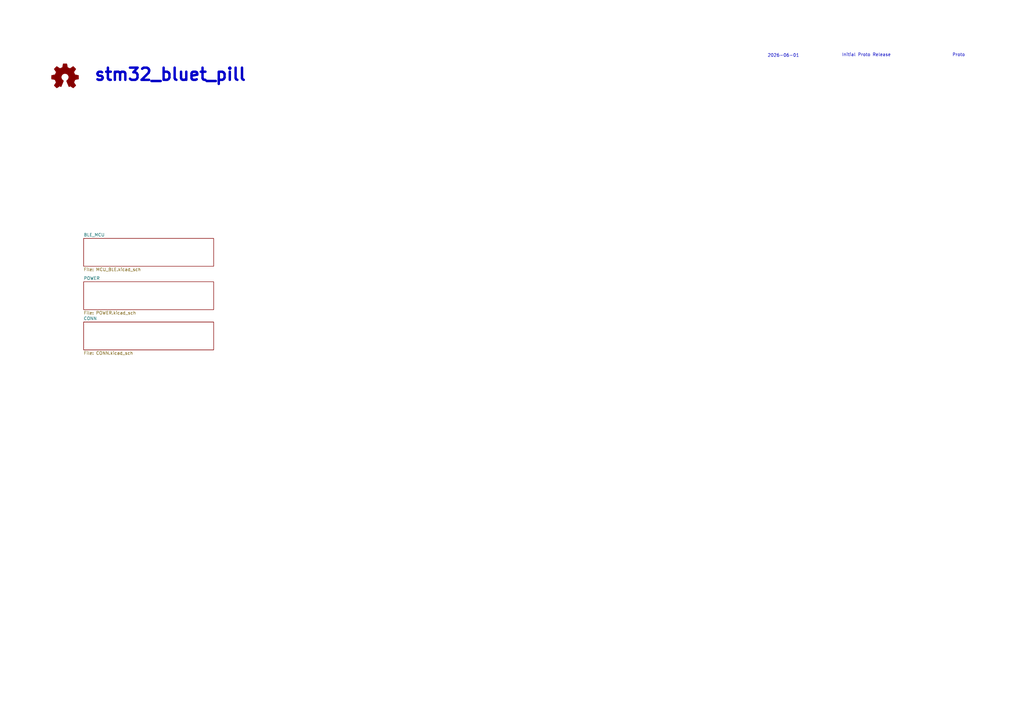
<source format=kicad_sch>
(kicad_sch (version 20231120) (generator "eeschema") (generator_version "8.0")
  (paper "A3")
  (title_block (title "stm32_bluet_pill") (date "2024-04-17") (rev "Proto") (company "Brendan Bleker") (comment 1 "Designed by:"))
  (lib_symbols
    (symbol "Graphic:Logo_Open_Hardware_Small" (in_bom no) (on_board no)
      (symbol "Logo_Open_Hardware_Small_0_1"
        (polyline (pts (xy 3.3528 -4.3434) (xy 3.302 -4.318) (xy 3.175 -4.2418) (xy 2.9972 -4.1148) (xy 2.7686 -3.9624) (xy 2.54 -3.81) (xy 2.3622 -3.7084) (xy 2.2352 -3.6068) (xy 2.1844 -3.5814) (xy 2.159 -3.6068) (xy 2.0574 -3.6576) (xy 1.905 -3.7338) (xy 1.8034 -3.7846) (xy 1.6764 -3.8354) (xy 1.6002 -3.8354) (xy 1.6002 -3.8354) (xy 1.5494 -3.7338) (xy 1.4732 -3.5306) (xy 1.3462 -3.302) (xy 1.2446 -3.0226) (xy 1.1176 -2.7178) (xy 0.9652 -2.413) (xy 0.8636 -2.1082) (xy 0.7366 -1.8288) (xy 0.6604 -1.6256) (xy 0.6096 -1.4732) (xy 0.5842 -1.397) (xy 0.5842 -1.397) (xy 0.6604 -1.3208) (xy 0.7874 -1.2446) (xy 1.0414 -1.016) (xy 1.2954 -0.6858) (xy 1.4478 -0.3302) (xy 1.524 0.0762) (xy 1.4732 0.4572) (xy 1.3208 0.8128) (xy 1.0668 1.143) (xy 0.762 1.3716) (xy 0.4064 1.524) (xy 0 1.5748) (xy -0.381 1.5494) (xy -0.7366 1.397) (xy -1.0668 1.143) (xy -1.2192 0.9906) (xy -1.397 0.6604) (xy -1.524 0.3048) (xy -1.524 0.2286) (xy -1.4986 -0.1778) (xy -1.397 -0.5334) (xy -1.1938 -0.8636) (xy -0.9144 -1.143) (xy -0.8636 -1.1684) (xy -0.7366 -1.27) (xy -0.635 -1.3462) (xy -0.5842 -1.397) (xy -1.0668 -2.5908) (xy -1.143 -2.794) (xy -1.2954 -3.1242) (xy -1.397 -3.4036) (xy -1.4986 -3.6322) (xy -1.5748 -3.7846) (xy -1.6002 -3.8354) (xy -1.6002 -3.8354) (xy -1.651 -3.8354) (xy -1.7272 -3.81) (xy -1.905 -3.7338) (xy -2.0066 -3.683) (xy -2.1336 -3.6068) (xy -2.2098 -3.5814) (xy -2.2606 -3.6068) (xy -2.3622 -3.683) (xy -2.54 -3.81) (xy -2.7686 -3.9624) (xy -2.9718 -4.0894) (xy -3.1496 -4.2164) (xy -3.302 -4.318) (xy -3.3528 -4.3434) (xy -3.3782 -4.3434) (xy -3.429 -4.318) (xy -3.5306 -4.2164) (xy -3.7084 -4.064) (xy -3.937 -3.8354) (xy -3.9624 -3.81) (xy -4.1656 -3.6068) (xy -4.318 -3.4544) (xy -4.4196 -3.3274) (xy -4.445 -3.2766) (xy -4.445 -3.2766) (xy -4.4196 -3.2258) (xy -4.318 -3.0734) (xy -4.2164 -2.8956) (xy -4.064 -2.667) (xy -3.6576 -2.0828) (xy -3.8862 -1.5494) (xy -3.937 -1.3716) (xy -4.0386 -1.1684) (xy -4.0894 -1.0414) (xy -4.1148 -0.9652) (xy -4.191 -0.9398) (xy -4.318 -0.9144) (xy -4.5466 -0.8636) (xy -4.8006 -0.8128) (xy -5.0546 -0.7874) (xy -5.2578 -0.7366) (xy -5.4356 -0.7112) (xy -5.5118 -0.6858) (xy -5.5118 -0.6858) (xy -5.5372 -0.635) (xy -5.5372 -0.5588) (xy -5.5372 -0.4318) (xy -5.5626 -0.2286) (xy -5.5626 0.0762) (xy -5.5626 0.127) (xy -5.5372 0.4064) (xy -5.5372 0.635) (xy -5.5372 0.762) (xy -5.5372 0.8382) (xy -5.5372 0.8382) (xy -5.461 0.8382) (xy -5.3086 0.889) (xy -5.08 0.9144) (xy -4.826 0.9652) (xy -4.8006 0.9906) (xy -4.5466 1.0414) (xy -4.318 1.0668) (xy -4.1656 1.1176) (xy -4.0894 1.143) (xy -4.0894 1.143) (xy -4.0386 1.2446) (xy -3.9624 1.4224) (xy -3.8608 1.6256) (xy -3.7846 1.8288) (xy -3.7084 2.0066) (xy -3.6576 2.159) (xy -3.6322 2.2098) (xy -3.6322 2.2098) (xy -3.683 2.286) (xy -3.7592 2.413) (xy -3.8862 2.5908) (xy -4.064 2.8194) (xy -4.064 2.8448) (xy -4.2164 3.0734) (xy -4.3434 3.2512) (xy -4.4196 3.3782) (xy -4.445 3.4544) (xy -4.445 3.4544) (xy -4.3942 3.5052) (xy -4.2926 3.6322) (xy -4.1148 3.81) (xy -3.937 4.0132) (xy -3.8608 4.064) (xy -3.6576 4.2926) (xy -3.5052 4.4196) (xy -3.4036 4.4958) (xy -3.3528 4.5212) (xy -3.3528 4.5212) (xy -3.302 4.4704) (xy -3.1496 4.3688) (xy -2.9718 4.2418) (xy -2.7432 4.0894) (xy -2.7178 4.0894) (xy -2.4892 3.937) (xy -2.3114 3.81) (xy -2.1844 3.7084) (xy -2.1336 3.683) (xy -2.1082 3.683) (xy -2.032 3.7084) (xy -1.8542 3.7592) (xy -1.6764 3.8354) (xy -1.4732 3.937) (xy -1.27 4.0132) (xy -1.143 4.064) (xy -1.0668 4.1148) (xy -1.0668 4.1148) (xy -1.0414 4.191) (xy -1.016 4.3434) (xy -0.9652 4.572) (xy -0.9144 4.8514) (xy -0.889 4.9022) (xy -0.8382 5.1562) (xy -0.8128 5.3848) (xy -0.7874 5.5372) (xy -0.762 5.588) (xy -0.7112 5.6134) (xy -0.5842 5.6134) (xy -0.4064 5.6134) (xy -0.1524 5.6134) (xy 0.0762 5.6134) (xy 0.3302 5.6134) (xy 0.5334 5.6134) (xy 0.6858 5.588) (xy 0.7366 5.588) (xy 0.7366 5.588) (xy 0.762 5.5118) (xy 0.8128 5.334) (xy 0.8382 5.1054) (xy 0.9144 4.826) (xy 0.9144 4.7752) (xy 0.9652 4.5212) (xy 1.016 4.2926) (xy 1.0414 4.1402) (xy 1.0668 4.0894) (xy 1.0668 4.0894) (xy 1.1938 4.0386) (xy 1.3716 3.9624) (xy 1.5748 3.8608) (xy 2.0828 3.6576) (xy 2.7178 4.0894) (xy 2.7686 4.1402) (xy 2.9972 4.2926) (xy 3.175 4.4196) (xy 3.302 4.4958) (xy 3.3782 4.5212) (xy 3.3782 4.5212) (xy 3.429 4.4704) (xy 3.556 4.3434) (xy 3.7338 4.191) (xy 3.9116 3.9878) (xy 4.064 3.8354) (xy 4.2418 3.6576) (xy 4.3434 3.556) (xy 4.4196 3.4798) (xy 4.4196 3.429) (xy 4.4196 3.4036) (xy 4.3942 3.3274) (xy 4.2926 3.2004) (xy 4.1656 2.9972) (xy 4.0132 2.794) (xy 3.8862 2.5908) (xy 3.7592 2.3876) (xy 3.6576 2.2352) (xy 3.6322 2.159) (xy 3.6322 2.1336) (xy 3.683 2.0066) (xy 3.7592 1.8288) (xy 3.8608 1.6002) (xy 4.064 1.1176) (xy 4.3942 1.0414) (xy 4.5974 1.016) (xy 4.8768 0.9652) (xy 5.1308 0.9144) (xy 5.5372 0.8382) (xy 5.5626 -0.6604) (xy 5.4864 -0.6858) (xy 5.4356 -0.6858) (xy 5.2832 -0.7366) (xy 5.0546 -0.762) (xy 4.8006 -0.8128) (xy 4.5974 -0.8636) (xy 4.3688 -0.9144) (xy 4.2164 -0.9398) (xy 4.1402 -0.9398) (xy 4.1148 -0.9652) (xy 4.064 -1.0668) (xy 3.9878 -1.2446) (xy 3.9116 -1.4478) (xy 3.81 -1.651) (xy 3.7338 -1.8542) (xy 3.683 -2.0066) (xy 3.6576 -2.0828) (xy 3.683 -2.1336) (xy 3.7846 -2.2606) (xy 3.8862 -2.4638) (xy 4.0386 -2.667) (xy 4.191 -2.8956) (xy 4.318 -3.0734) (xy 4.3942 -3.2004) (xy 4.445 -3.2766) (xy 4.4196 -3.3274) (xy 4.3434 -3.429) (xy 4.1656 -3.5814) (xy 3.937 -3.8354) (xy 3.8862 -3.8608) (xy 3.683 -4.064) (xy 3.5306 -4.2164) (xy 3.4036 -4.318) (xy 3.3528 -4.3434)) (fill (type outline)))
      )
    )
  )
  (text "Proto" (at 393.192 22.606 0) (effects (font (size 1.27 1.27))))
  (text "${CURRENT_DATE}" (at 321.31 22.86 0) (effects (font (size 1.27 1.27))))
  (text "${TITLE}" (at 69.85 30.734 0) (effects (font (size 5 5) (thickness 1) (bold yes))))
  (text "Initial Proto Release" (at 355.346 22.606 0) (effects (font (size 1.27 1.27))))
  (symbol (lib_id "Graphic:Logo_Open_Hardware_Small") (at 26.67 31.75 0) (unit 1) (exclude_from_sim yes) (in_bom no) (on_board no)
    (property "Reference" "#SYM1" (effects (hide yes)))
    (property "Value" "Logo_Open_Hardware_Small" (effects (hide yes)))
    (property "Footprint" "Symbol:OSHW-Symbol_6.7x6mm_SilkScreen" (effects (hide yes)))
    (property "Description" "Open Hardware logo, small" (effects (hide yes)))
  )
  (sheet (at 34.29 115.57) (size 53.34 11.43) (stroke (width 0.1524))
    (property "Sheetname" "POWER" (at 34.29 114.8584 0) (effects (justify left bottom)))
    (property "Sheetfile" "POWER.kicad_sch" (at 34.29 127.5846 0) (effects (justify left top)))
  )
  (sheet (at 34.29 97.79) (size 53.34 11.43) (stroke (width 0.1524))
    (property "Sheetname" "BLE_MCU" (at 34.29 97.0784 0) (effects (justify left bottom)))
    (property "Sheetfile" "MCU_BLE.kicad_sch" (at 34.29 109.8046 0) (effects (justify left top)))
  )
  (sheet (at 34.29 132.08) (size 53.34 11.43) (stroke (width 0.1524))
    (property "Sheetname" "CONN" (at 34.29 131.3684 0) (effects (justify left bottom)))
    (property "Sheetfile" "CONN.kicad_sch" (at 34.29 144.0946 0) (effects (justify left top)))
  )
)
</source>
